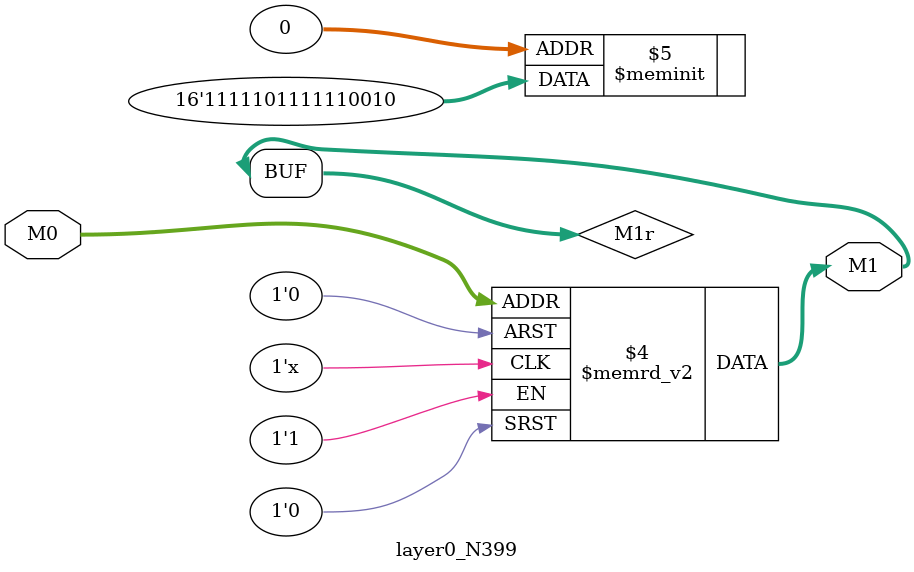
<source format=v>
module layer0_N399 ( input [2:0] M0, output [1:0] M1 );

	(*rom_style = "distributed" *) reg [1:0] M1r;
	assign M1 = M1r;
	always @ (M0) begin
		case (M0)
			3'b000: M1r = 2'b10;
			3'b100: M1r = 2'b11;
			3'b010: M1r = 2'b11;
			3'b110: M1r = 2'b11;
			3'b001: M1r = 2'b00;
			3'b101: M1r = 2'b10;
			3'b011: M1r = 2'b11;
			3'b111: M1r = 2'b11;

		endcase
	end
endmodule

</source>
